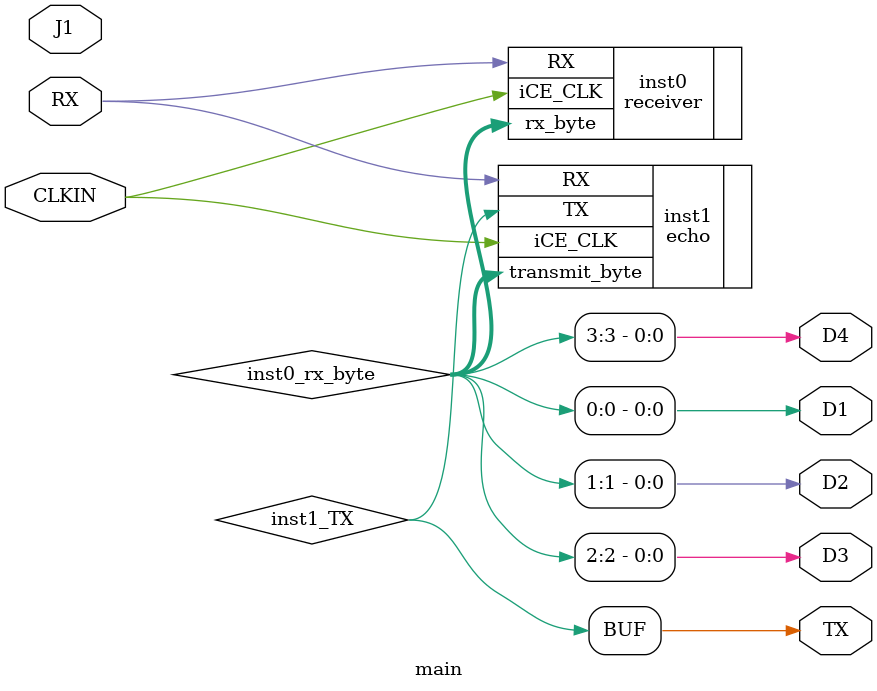
<source format=v>
module main (input [7:0] J1, output  D4, output  D3, output  D2, output  D1, input  CLKIN, output  TX, input  RX);
wire [7:0] inst0_rx_byte;
wire  inst1_TX;
receiver inst0 (.iCE_CLK(CLKIN), .RX(RX), .rx_byte(inst0_rx_byte));
echo inst1 (.iCE_CLK(CLKIN), .RX(RX), .transmit_byte(inst0_rx_byte), .TX(inst1_TX));
assign D4 = inst0_rx_byte[3];
assign D3 = inst0_rx_byte[2];
assign D2 = inst0_rx_byte[1];
assign D1 = inst0_rx_byte[0];
assign TX = inst1_TX;
endmodule


</source>
